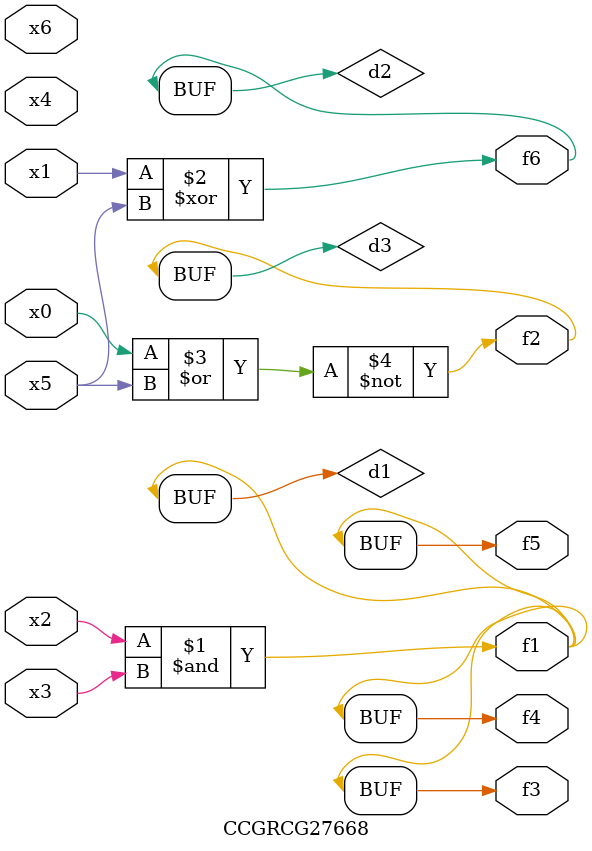
<source format=v>
module CCGRCG27668(
	input x0, x1, x2, x3, x4, x5, x6,
	output f1, f2, f3, f4, f5, f6
);

	wire d1, d2, d3;

	and (d1, x2, x3);
	xor (d2, x1, x5);
	nor (d3, x0, x5);
	assign f1 = d1;
	assign f2 = d3;
	assign f3 = d1;
	assign f4 = d1;
	assign f5 = d1;
	assign f6 = d2;
endmodule

</source>
